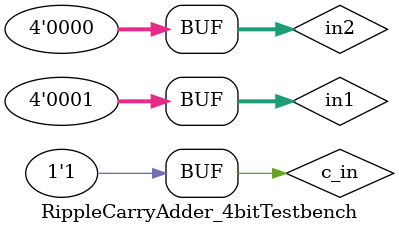
<source format=v>
`timescale 1ns / 1ps

/*
    Assignment Number: 1
    Problem Number: 1 Ripple Carry Adder
    Semester Number: 5
    Group Number: 1 
    Group Members: Animesh Jha(19CS10010), Nisarg Upadhyaya (19CS30031)
*/
////////////////////////////////////////////////////////////////////////////////

module RippleCarryAdder_4bitTestbench;

	// Inputs
	reg [3:0] in1;
	reg [3:0] in2;
	reg c_in;

	// Outputs
	wire [3:0] sum;
	wire c_out;

	// Instantiate the Unit Under Test (UUT)
	RippleCarryAdder_4bit uut (
		.in1(in1), 
		.in2(in2), 
		.c_in(c_in), 
		.sum(sum), 
		.c_out(c_out)
	);

	initial begin
		$monitor ("in1 = %d, in2 = %d, c_in = %d, sum = %d, c_out = %d", in1, in2, c_in, sum, c_out);
		// Initialize Inputs
		in1 = 4'b0100; in2 = 4'b0100; c_in = 0;
		#100;
		in1 = 4'b0100; in2 = 4'b1100; c_in = 0;
		#100;
		in1 = 4'b0011; in2 = 4'b0010; c_in = 1;
		#100;
		in1 = 4'b0001; in2 = 4'b0000; c_in = 1;
	end
      
endmodule


</source>
